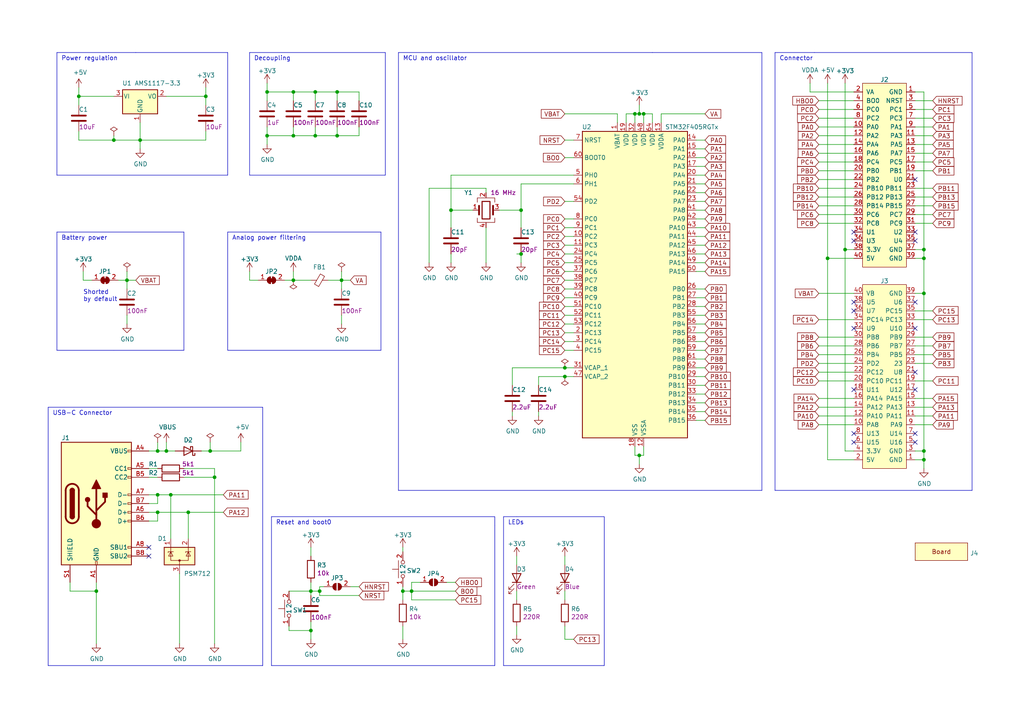
<source format=kicad_sch>
(kicad_sch (version 20250114) (generator "eeschema") (generator_version "9.0")
  (paper "A4")
  (title_block (title "${TITLE}") (date "2021-06-14") (rev "${REVISION}") (company "${COMPANY}") (comment 1 "${AUTHOR}") (comment 2 "${AUTHOR_EMAIL}") (comment 3 "${URL}"))
  (text "Connector" (at 226.06 17.78 0) (effects (font (size 1.27 1.27)) (justify left bottom)))
  (text "Power regulation" (at 17.78 17.78 0) (effects (font (size 1.27 1.27)) (justify left bottom)))
  (text "Analog power filtering" (at 67.31 69.85 0) (effects (font (size 1.27 1.27)) (justify left bottom)))
  (text "Shorted\nby default" (at 24.13 87.63 0) (effects (font (size 1.27 1.27)) (justify left bottom)))
  (text "Battery power" (at 17.78 69.85 0) (effects (font (size 1.27 1.27)) (justify left bottom)))
  (text "LEDs" (at 147.32 152.4 0) (effects (font (size 1.27 1.27)) (justify left bottom)))
  (text "Reset and boot0" (at 80.01 152.4 0) (effects (font (size 1.27 1.27)) (justify left bottom)))
  (text "USB-C Connector" (at 15.24 120.65 0) (effects (font (size 1.27 1.27)) (justify left bottom)))
  (text "MCU and oscillator" (at 116.84 17.78 0) (effects (font (size 1.27 1.27)) (justify left bottom)))
  (text "Decoupling" (at 73.66 17.78 0) (effects (font (size 1.27 1.27)) (justify left bottom)))
  (junction (at 45.72 148.59))
  (junction (at 90.17 171.45))
  (junction (at 184.15 33.02))
  (junction (at 163.83 109.22))
  (junction (at 267.97 130.81))
  (junction (at 36.83 81.28))
  (junction (at 85.09 26.67))
  (junction (at 186.69 33.02))
  (junction (at 85.09 39.37))
  (junction (at 85.09 81.28))
  (junction (at 97.79 39.37))
  (junction (at 48.26 130.81))
  (junction (at 267.97 74.93))
  (junction (at 267.97 133.35))
  (junction (at 60.96 130.81))
  (junction (at 240.03 74.93))
  (junction (at 90.17 182.88))
  (junction (at 40.64 40.64))
  (junction (at 92.71 171.45))
  (junction (at 59.69 27.94))
  (junction (at 116.84 171.45))
  (junction (at 91.44 26.67))
  (junction (at 45.72 143.51))
  (junction (at 119.38 171.45))
  (junction (at 151.13 60.96))
  (junction (at 62.23 138.43))
  (junction (at 185.42 132.08))
  (junction (at 77.47 39.37))
  (junction (at 163.83 106.68))
  (junction (at 77.47 26.67))
  (junction (at 49.53 143.51))
  (junction (at 99.06 81.28))
  (junction (at 97.79 26.67))
  (junction (at 22.86 27.94))
  (junction (at 54.61 148.59))
  (junction (at 245.11 72.39))
  (junction (at 267.97 72.39))
  (junction (at 185.42 33.02))
  (junction (at 27.94 171.45))
  (junction (at 151.13 73.66))
  (junction (at 33.02 40.64))
  (junction (at 130.81 60.96))
  (junction (at 91.44 39.37))
  (junction (at 267.97 85.09))
  (junction (at 45.72 130.81))
  (no_connect (at 43.18 161.29))
  (no_connect (at 265.43 52.07))
  (no_connect (at 247.65 67.31))
  (no_connect (at 247.65 69.85))
  (no_connect (at 265.43 67.31))
  (no_connect (at 265.43 69.85))
  (no_connect (at 265.43 125.73))
  (no_connect (at 265.43 128.27))
  (no_connect (at 265.43 87.63))
  (no_connect (at 265.43 95.25))
  (no_connect (at 265.43 113.03))
  (no_connect (at 247.65 87.63))
  (no_connect (at 247.65 90.17))
  (no_connect (at 247.65 95.25))
  (no_connect (at 247.65 125.73))
  (no_connect (at 247.65 128.27))
  (no_connect (at 247.65 113.03))
  (no_connect (at 265.43 107.95))
  (no_connect (at 43.18 158.75))
  (wire (pts (xy 265.43 123.19) (xy 270.51 123.19)))
  (wire (pts (xy 184.15 132.08) (xy 185.42 132.08)))
  (wire (pts (xy 166.37 78.74) (xy 163.83 78.74)))
  (polyline (pts (xy 78.74 193.04) (xy 78.74 149.86)))
  (wire (pts (xy 151.13 53.34) (xy 166.37 53.34)))
  (wire (pts (xy 267.97 130.81) (xy 265.43 130.81)))
  (polyline (pts (xy 143.51 193.04) (xy 78.74 193.04)))
  (wire (pts (xy 97.79 39.37) (xy 97.79 36.83)))
  (wire (pts (xy 132.08 173.99) (xy 119.38 173.99)))
  (wire (pts (xy 45.72 128.27) (xy 45.72 130.81)))
  (wire (pts (xy 92.71 171.45) (xy 92.71 170.18)))
  (wire (pts (xy 92.71 170.18) (xy 93.98 170.18)))
  (wire (pts (xy 267.97 85.09) (xy 267.97 130.81)))
  (wire (pts (xy 48.26 128.27) (xy 48.26 130.81)))
  (polyline (pts (xy 149.86 149.86) (xy 175.26 149.86)))
  (wire (pts (xy 45.72 148.59) (xy 54.61 148.59)))
  (wire (pts (xy 237.49 46.99) (xy 247.65 46.99)))
  (wire (pts (xy 265.43 64.77) (xy 270.51 64.77)))
  (wire (pts (xy 104.14 172.72) (xy 92.71 172.72)))
  (wire (pts (xy 267.97 133.35) (xy 267.97 130.81)))
  (wire (pts (xy 247.65 72.39) (xy 245.11 72.39)))
  (wire (pts (xy 163.83 101.6) (xy 166.37 101.6)))
  (wire (pts (xy 90.17 158.75) (xy 90.17 161.29)))
  (wire (pts (xy 148.59 120.65) (xy 148.59 119.38)))
  (wire (pts (xy 201.93 53.34) (xy 204.47 53.34)))
  (wire (pts (xy 124.46 54.61) (xy 124.46 76.2)))
  (wire (pts (xy 237.49 120.65) (xy 247.65 120.65)))
  (wire (pts (xy 166.37 73.66) (xy 163.83 73.66)))
  (wire (pts (xy 163.83 58.42) (xy 166.37 58.42)))
  (wire (pts (xy 151.13 53.34) (xy 151.13 60.96)))
  (wire (pts (xy 186.69 129.54) (xy 186.69 132.08)))
  (wire (pts (xy 265.43 46.99) (xy 270.51 46.99)))
  (wire (pts (xy 201.93 86.36) (xy 204.47 86.36)))
  (wire (pts (xy 204.47 104.14) (xy 201.93 104.14)))
  (wire (pts (xy 156.21 119.38) (xy 156.21 120.65)))
  (wire (pts (xy 240.03 74.93) (xy 240.03 133.35)))
  (polyline (pts (xy 16.51 67.31) (xy 53.34 67.31)))
  (wire (pts (xy 166.37 68.58) (xy 163.83 68.58)))
  (wire (pts (xy 184.15 35.56) (xy 184.15 33.02)))
  (wire (pts (xy 201.93 91.44) (xy 204.47 91.44)))
  (wire (pts (xy 247.65 100.33) (xy 237.49 100.33)))
  (wire (pts (xy 43.18 146.05) (xy 45.72 146.05)))
  (wire (pts (xy 237.49 115.57) (xy 247.65 115.57)))
  (polyline (pts (xy 115.57 142.24) (xy 115.57 15.24)))
  (wire (pts (xy 130.81 50.8) (xy 166.37 50.8)))
  (wire (pts (xy 116.84 171.45) (xy 116.84 173.99)))
  (wire (pts (xy 270.51 115.57) (xy 265.43 115.57)))
  (wire (pts (xy 270.51 34.29) (xy 265.43 34.29)))
  (wire (pts (xy 90.17 185.42) (xy 90.17 182.88)))
  (wire (pts (xy 181.61 33.02) (xy 184.15 33.02)))
  (wire (pts (xy 119.38 171.45) (xy 119.38 168.91)))
  (wire (pts (xy 204.47 50.8) (xy 201.93 50.8)))
  (polyline (pts (xy 66.04 50.8) (xy 16.51 50.8)))
  (wire (pts (xy 77.47 26.67) (xy 77.47 24.13)))
  (wire (pts (xy 204.47 60.96) (xy 201.93 60.96)))
  (wire (pts (xy 149.86 163.83) (xy 149.86 161.29)))
  (wire (pts (xy 163.83 45.72) (xy 166.37 45.72)))
  (polyline (pts (xy 33.02 101.6) (xy 53.34 101.6)))
  (wire (pts (xy 91.44 29.21) (xy 91.44 26.67)))
  (wire (pts (xy 237.49 44.45) (xy 247.65 44.45)))
  (wire (pts (xy 104.14 39.37) (xy 97.79 39.37)))
  (wire (pts (xy 186.69 33.02) (xy 189.23 33.02)))
  (wire (pts (xy 62.23 138.43) (xy 62.23 186.69)))
  (wire (pts (xy 24.13 81.28) (xy 26.67 81.28)))
  (wire (pts (xy 40.64 43.18) (xy 40.64 40.64)))
  (polyline (pts (xy 281.94 142.24) (xy 224.79 142.24)))
  (wire (pts (xy 97.79 26.67) (xy 97.79 29.21)))
  (polyline (pts (xy 76.2 118.11) (xy 76.2 193.04)))
  (polyline (pts (xy 175.26 193.04) (xy 146.05 193.04)))
  (wire (pts (xy 186.69 132.08) (xy 185.42 132.08)))
  (polyline (pts (xy 33.02 101.6) (xy 16.51 101.6)))
  (wire (pts (xy 77.47 36.83) (xy 77.47 39.37)))
  (polyline (pts (xy 236.22 15.24) (xy 281.94 15.24)))
  (wire (pts (xy 204.47 45.72) (xy 201.93 45.72)))
  (wire (pts (xy 140.97 54.61) (xy 124.46 54.61)))
  (wire (pts (xy 148.59 106.68) (xy 163.83 106.68)))
  (wire (pts (xy 163.83 109.22) (xy 166.37 109.22)))
  (wire (pts (xy 33.02 40.64) (xy 40.64 40.64)))
  (wire (pts (xy 201.93 111.76) (xy 204.47 111.76)))
  (wire (pts (xy 270.51 118.11) (xy 265.43 118.11)))
  (wire (pts (xy 270.51 44.45) (xy 265.43 44.45)))
  (wire (pts (xy 77.47 26.67) (xy 85.09 26.67)))
  (wire (pts (xy 204.47 71.12) (xy 201.93 71.12)))
  (polyline (pts (xy 16.51 101.6) (xy 16.51 67.31)))
  (wire (pts (xy 83.82 182.88) (xy 90.17 182.88)))
  (wire (pts (xy 92.71 172.72) (xy 92.71 171.45)))
  (wire (pts (xy 201.93 68.58) (xy 204.47 68.58)))
  (wire (pts (xy 22.86 27.94) (xy 22.86 25.4)))
  (wire (pts (xy 201.93 63.5) (xy 204.47 63.5)))
  (wire (pts (xy 184.15 129.54) (xy 184.15 132.08)))
  (wire (pts (xy 247.65 130.81) (xy 245.11 130.81)))
  (polyline (pts (xy 66.04 67.31) (xy 66.04 101.6)))
  (wire (pts (xy 237.49 97.79) (xy 247.65 97.79)))
  (polyline (pts (xy 175.26 149.86) (xy 175.26 193.04)))
  (wire (pts (xy 204.47 66.04) (xy 201.93 66.04)))
  (wire (pts (xy 156.21 109.22) (xy 163.83 109.22)))
  (wire (pts (xy 97.79 26.67) (xy 91.44 26.67)))
  (wire (pts (xy 270.51 97.79) (xy 265.43 97.79)))
  (wire (pts (xy 163.83 76.2) (xy 166.37 76.2)))
  (polyline (pts (xy 224.79 15.24) (xy 236.22 15.24)))
  (wire (pts (xy 59.69 38.1) (xy 59.69 40.64)))
  (wire (pts (xy 140.97 55.88) (xy 140.97 54.61)))
  (wire (pts (xy 104.14 36.83) (xy 104.14 39.37)))
  (polyline (pts (xy 16.51 50.8) (xy 16.51 15.24)))
  (wire (pts (xy 58.42 130.81) (xy 60.96 130.81)))
  (wire (pts (xy 140.97 66.04) (xy 140.97 76.2)))
  (polyline (pts (xy 53.34 67.31) (xy 53.34 101.6)))
  (wire (pts (xy 43.18 143.51) (xy 45.72 143.51)))
  (wire (pts (xy 189.23 35.56) (xy 189.23 33.02)))
  (wire (pts (xy 201.93 58.42) (xy 204.47 58.42)))
  (wire (pts (xy 237.49 107.95) (xy 247.65 107.95)))
  (wire (pts (xy 24.13 78.74) (xy 24.13 81.28)))
  (wire (pts (xy 36.83 81.28) (xy 36.83 83.82)))
  (wire (pts (xy 49.53 143.51) (xy 49.53 156.21)))
  (wire (pts (xy 201.93 48.26) (xy 204.47 48.26)))
  (wire (pts (xy 247.65 118.11) (xy 237.49 118.11)))
  (wire (pts (xy 48.26 130.81) (xy 50.8 130.81)))
  (wire (pts (xy 247.65 110.49) (xy 237.49 110.49)))
  (wire (pts (xy 163.83 91.44) (xy 166.37 91.44)))
  (polyline (pts (xy 146.05 149.86) (xy 149.86 149.86)))
  (wire (pts (xy 99.06 81.28) (xy 99.06 83.82)))
  (wire (pts (xy 270.51 110.49) (xy 265.43 110.49)))
  (polyline (pts (xy 146.05 193.04) (xy 146.05 149.86)))
  (polyline (pts (xy 143.51 149.86) (xy 143.51 152.4)))
  (wire (pts (xy 201.93 73.66) (xy 204.47 73.66)))
  (wire (pts (xy 166.37 93.98) (xy 163.83 93.98)))
  (wire (pts (xy 240.03 74.93) (xy 247.65 74.93)))
  (wire (pts (xy 90.17 171.45) (xy 92.71 171.45)))
  (wire (pts (xy 116.84 158.75) (xy 116.84 160.02)))
  (polyline (pts (xy 224.79 142.24) (xy 224.79 15.24)))
  (polyline (pts (xy 143.51 152.4) (xy 143.51 193.04)))
  (wire (pts (xy 85.09 81.28) (xy 90.17 81.28)))
  (wire (pts (xy 36.83 78.74) (xy 36.83 81.28)))
  (wire (pts (xy 34.29 81.28) (xy 36.83 81.28)))
  (wire (pts (xy 265.43 72.39) (xy 267.97 72.39)))
  (wire (pts (xy 204.47 55.88) (xy 201.93 55.88)))
  (wire (pts (xy 27.94 171.45) (xy 27.94 186.69)))
  (wire (pts (xy 43.18 151.13) (xy 45.72 151.13)))
  (wire (pts (xy 163.83 181.61) (xy 163.83 185.42)))
  (wire (pts (xy 204.47 76.2) (xy 201.93 76.2)))
  (wire (pts (xy 77.47 39.37) (xy 85.09 39.37)))
  (wire (pts (xy 45.72 130.81) (xy 48.26 130.81)))
  (wire (pts (xy 22.86 38.1) (xy 22.86 40.64)))
  (wire (pts (xy 116.84 170.18) (xy 116.84 171.45)))
  (wire (pts (xy 237.49 41.91) (xy 247.65 41.91)))
  (wire (pts (xy 22.86 40.64) (xy 33.02 40.64)))
  (wire (pts (xy 53.34 138.43) (xy 62.23 138.43)))
  (wire (pts (xy 62.23 135.89) (xy 62.23 138.43)))
  (wire (pts (xy 22.86 27.94) (xy 33.02 27.94)))
  (wire (pts (xy 166.37 88.9) (xy 163.83 88.9)))
  (wire (pts (xy 185.42 132.08) (xy 185.42 134.62)))
  (wire (pts (xy 97.79 39.37) (xy 91.44 39.37)))
  (polyline (pts (xy 115.57 15.24) (xy 189.23 15.24)))
  (wire (pts (xy 99.06 81.28) (xy 101.6 81.28)))
  (wire (pts (xy 270.51 49.53) (xy 265.43 49.53)))
  (wire (pts (xy 40.64 35.56) (xy 40.64 40.64)))
  (wire (pts (xy 191.77 33.02) (xy 204.47 33.02)))
  (wire (pts (xy 237.49 102.87) (xy 247.65 102.87)))
  (wire (pts (xy 270.51 120.65) (xy 265.43 120.65)))
  (wire (pts (xy 85.09 26.67) (xy 85.09 29.21)))
  (wire (pts (xy 43.18 130.81) (xy 45.72 130.81)))
  (wire (pts (xy 40.64 40.64) (xy 59.69 40.64)))
  (wire (pts (xy 201.93 106.68) (xy 204.47 106.68)))
  (wire (pts (xy 90.17 168.91) (xy 90.17 171.45)))
  (polyline (pts (xy 111.76 15.24) (xy 111.76 50.8)))
  (wire (pts (xy 151.13 60.96) (xy 151.13 66.04)))
  (wire (pts (xy 163.83 106.68) (xy 166.37 106.68)))
  (wire (pts (xy 119.38 168.91) (xy 121.92 168.91)))
  (wire (pts (xy 237.49 62.23) (xy 247.65 62.23)))
  (wire (pts (xy 104.14 26.67) (xy 97.79 26.67)))
  (wire (pts (xy 132.08 171.45) (xy 119.38 171.45)))
  (wire (pts (xy 69.85 130.81) (xy 69.85 128.27)))
  (wire (pts (xy 166.37 83.82) (xy 163.83 83.82)))
  (wire (pts (xy 247.65 26.67) (xy 234.95 26.67)))
  (wire (pts (xy 130.81 73.66) (xy 130.81 76.2)))
  (wire (pts (xy 148.59 111.76) (xy 148.59 106.68)))
  (wire (pts (xy 53.34 135.89) (xy 62.23 135.89)))
  (polyline (pts (xy 78.74 149.86) (xy 143.51 149.86)))
  (wire (pts (xy 204.47 40.64) (xy 201.93 40.64)))
  (wire (pts (xy 54.61 148.59) (xy 54.61 156.21)))
  (wire (pts (xy 119.38 173.99) (xy 119.38 171.45)))
  (wire (pts (xy 201.93 101.6) (xy 204.47 101.6)))
  (wire (pts (xy 237.49 29.21) (xy 247.65 29.21)))
  (wire (pts (xy 265.43 31.75) (xy 270.51 31.75)))
  (polyline (pts (xy 110.49 101.6) (xy 66.04 101.6)))
  (wire (pts (xy 163.83 40.64) (xy 166.37 40.64)))
  (wire (pts (xy 201.93 121.92) (xy 204.47 121.92)))
  (wire (pts (xy 72.39 78.74) (xy 72.39 81.28)))
  (wire (pts (xy 237.49 52.07) (xy 247.65 52.07)))
  (wire (pts (xy 83.82 171.45) (xy 90.17 171.45)))
  (wire (pts (xy 77.47 26.67) (xy 77.47 29.21)))
  (wire (pts (xy 91.44 39.37) (xy 85.09 39.37)))
  (wire (pts (xy 43.18 135.89) (xy 45.72 135.89)))
  (wire (pts (xy 270.51 62.23) (xy 265.43 62.23)))
  (wire (pts (xy 247.65 105.41) (xy 237.49 105.41)))
  (wire (pts (xy 101.6 170.18) (xy 104.14 170.18)))
  (wire (pts (xy 156.21 109.22) (xy 156.21 111.76)))
  (wire (pts (xy 181.61 35.56) (xy 181.61 33.02)))
  (wire (pts (xy 48.26 27.94) (xy 59.69 27.94)))
  (wire (pts (xy 163.83 96.52) (xy 166.37 96.52)))
  (wire (pts (xy 90.17 182.88) (xy 90.17 180.34)))
  (wire (pts (xy 163.83 71.12) (xy 166.37 71.12)))
  (polyline (pts (xy 66.04 67.31) (xy 110.49 67.31)))
  (wire (pts (xy 20.32 171.45) (xy 27.94 171.45)))
  (wire (pts (xy 49.53 143.51) (xy 64.77 143.51)))
  (wire (pts (xy 204.47 109.22) (xy 201.93 109.22)))
  (wire (pts (xy 163.83 185.42) (xy 166.37 185.42)))
  (polyline (pts (xy 220.98 15.24) (xy 220.98 142.24)))
  (wire (pts (xy 99.06 78.74) (xy 99.06 81.28)))
  (wire (pts (xy 234.95 26.67) (xy 234.95 24.13)))
  (wire (pts (xy 163.83 171.45) (xy 163.83 173.99)))
  (wire (pts (xy 237.49 39.37) (xy 247.65 39.37)))
  (wire (pts (xy 270.51 39.37) (xy 265.43 39.37)))
  (wire (pts (xy 85.09 78.74) (xy 85.09 81.28)))
  (polyline (pts (xy 13.97 118.11) (xy 76.2 118.11)))
  (wire (pts (xy 83.82 181.61) (xy 83.82 182.88)))
  (wire (pts (xy 245.11 72.39) (xy 245.11 130.81)))
  (polyline (pts (xy 76.2 193.04) (xy 13.97 193.04)))
  (wire (pts (xy 265.43 41.91) (xy 270.51 41.91)))
  (wire (pts (xy 247.65 123.19) (xy 237.49 123.19)))
  (wire (pts (xy 237.49 92.71) (xy 247.65 92.71)))
  (wire (pts (xy 129.54 168.91) (xy 132.08 168.91)))
  (wire (pts (xy 267.97 74.93) (xy 267.97 85.09)))
  (polyline (pts (xy 76.2 193.04) (xy 76.2 193.04)))
  (wire (pts (xy 91.44 36.83) (xy 91.44 39.37)))
  (wire (pts (xy 45.72 151.13) (xy 45.72 148.59)))
  (wire (pts (xy 104.14 29.21) (xy 104.14 26.67)))
  (wire (pts (xy 185.42 30.48) (xy 185.42 33.02)))
  (wire (pts (xy 237.49 54.61) (xy 247.65 54.61)))
  (wire (pts (xy 265.43 29.21) (xy 270.51 29.21)))
  (wire (pts (xy 201.93 116.84) (xy 204.47 116.84)))
  (wire (pts (xy 151.13 73.66) (xy 151.13 76.2)))
  (wire (pts (xy 201.93 96.52) (xy 204.47 96.52)))
  (wire (pts (xy 267.97 72.39) (xy 267.97 74.93)))
  (wire (pts (xy 204.47 93.98) (xy 201.93 93.98)))
  (wire (pts (xy 237.49 36.83) (xy 247.65 36.83)))
  (wire (pts (xy 52.07 166.37) (xy 52.07 186.69)))
  (wire (pts (xy 166.37 99.06) (xy 163.83 99.06)))
  (polyline (pts (xy 111.76 50.8) (xy 72.39 50.8)))
  (wire (pts (xy 204.47 83.82) (xy 201.93 83.82)))
  (wire (pts (xy 45.72 143.51) (xy 49.53 143.51)))
  (wire (pts (xy 265.43 59.69) (xy 270.51 59.69)))
  (wire (pts (xy 265.43 74.93) (xy 267.97 74.93)))
  (wire (pts (xy 267.97 85.09) (xy 265.43 85.09)))
  (wire (pts (xy 163.83 86.36) (xy 166.37 86.36)))
  (wire (pts (xy 72.39 81.28) (xy 74.93 81.28)))
  (wire (pts (xy 163.83 66.04) (xy 166.37 66.04)))
  (wire (pts (xy 201.93 43.18) (xy 204.47 43.18)))
  (wire (pts (xy 20.32 168.91) (xy 20.32 171.45)))
  (polyline (pts (xy 13.97 193.04) (xy 13.97 118.11)))
  (wire (pts (xy 237.49 64.77) (xy 247.65 64.77)))
  (wire (pts (xy 33.02 39.37) (xy 33.02 40.64)))
  (wire (pts (xy 77.47 41.91) (xy 77.47 39.37)))
  (wire (pts (xy 267.97 135.89) (xy 267.97 133.35)))
  (wire (pts (xy 149.86 184.15) (xy 149.86 181.61)))
  (wire (pts (xy 36.83 81.28) (xy 39.37 81.28)))
  (wire (pts (xy 22.86 27.94) (xy 22.86 30.48)))
  (wire (pts (xy 270.51 92.71) (xy 265.43 92.71)))
  (polyline (pts (xy 16.51 15.24) (xy 39.37 15.24)))
  (wire (pts (xy 237.49 85.09) (xy 247.65 85.09)))
  (wire (pts (xy 184.15 33.02) (xy 185.42 33.02)))
  (wire (pts (xy 59.69 27.94) (xy 59.69 25.4)))
  (wire (pts (xy 166.37 63.5) (xy 163.83 63.5)))
  (wire (pts (xy 95.25 81.28) (xy 99.06 81.28)))
  (wire (pts (xy 116.84 181.61) (xy 116.84 185.42)))
  (wire (pts (xy 204.47 119.38) (xy 201.93 119.38)))
  (wire (pts (xy 36.83 91.44) (xy 36.83 93.98)))
  (wire (pts (xy 45.72 148.59) (xy 43.18 148.59)))
  (wire (pts (xy 45.72 138.43) (xy 43.18 138.43)))
  (wire (pts (xy 270.51 102.87) (xy 265.43 102.87)))
  (wire (pts (xy 240.03 24.13) (xy 240.03 74.93)))
  (wire (pts (xy 265.43 100.33) (xy 270.51 100.33)))
  (wire (pts (xy 265.43 54.61) (xy 270.51 54.61)))
  (wire (pts (xy 91.44 26.67) (xy 85.09 26.67)))
  (wire (pts (xy 137.16 60.96) (xy 130.81 60.96)))
  (wire (pts (xy 204.47 114.3) (xy 201.93 114.3)))
  (wire (pts (xy 163.83 161.29) (xy 163.83 163.83)))
  (wire (pts (xy 27.94 168.91) (xy 27.94 171.45)))
  (wire (pts (xy 265.43 90.17) (xy 270.51 90.17)))
  (wire (pts (xy 60.96 130.81) (xy 69.85 130.81)))
  (wire (pts (xy 59.69 27.94) (xy 59.69 30.48)))
  (wire (pts (xy 201.93 78.74) (xy 204.47 78.74)))
  (wire (pts (xy 130.81 60.96) (xy 130.81 66.04)))
  (polyline (pts (xy 39.37 15.24) (xy 66.04 15.24)))
  (polyline (pts (xy 66.04 15.24) (xy 66.04 50.8)))
  (polyline (pts (xy 110.49 67.31) (xy 110.49 101.6)))
  (wire (pts (xy 270.51 57.15) (xy 265.43 57.15)))
  (wire (pts (xy 99.06 91.44) (xy 99.06 93.98)))
  (wire (pts (xy 45.72 146.05) (xy 45.72 143.51)))
  (wire (pts (xy 185.42 33.02) (xy 186.69 33.02)))
  (wire (pts (xy 144.78 60.96) (xy 151.13 60.96)))
  (polyline (pts (xy 220.98 142.24) (xy 115.57 142.24)))
  (wire (pts (xy 60.96 128.27) (xy 60.96 130.81)))
  (wire (pts (xy 179.07 35.56) (xy 179.07 33.02)))
  (wire (pts (xy 191.77 33.02) (xy 191.77 35.56)))
  (wire (pts (xy 54.61 148.59) (xy 64.77 148.59)))
  (wire (pts (xy 265.43 26.67) (xy 267.97 26.67)))
  (wire (pts (xy 267.97 133.35) (xy 265.43 133.35)))
  (polyline (pts (xy 189.23 15.24) (xy 220.98 15.24)))
  (wire (pts (xy 119.38 171.45) (xy 116.84 171.45)))
  (wire (pts (xy 204.47 99.06) (xy 201.93 99.06)))
  (wire (pts (xy 186.69 35.56) (xy 186.69 33.02)))
  (wire (pts (xy 237.49 34.29) (xy 247.65 34.29)))
  (wire (pts (xy 149.86 73.66) (xy 151.13 73.66)))
  (wire (pts (xy 163.83 33.02) (xy 179.07 33.02)))
  (wire (pts (xy 82.55 81.28) (xy 85.09 81.28)))
  (wire (pts (xy 149.86 173.99) (xy 149.86 171.45)))
  (wire (pts (xy 130.81 50.8) (xy 130.81 60.96)))
  (polyline (pts (xy 281.94 15.24) (xy 281.94 142.24)))
  (polyline (pts (xy 72.39 15.24) (xy 111.76 15.24)))
  (wire (pts (xy 240.03 133.35) (xy 247.65 133.35)))
  (wire (pts (xy 237.49 59.69) (xy 247.65 59.69)))
  (wire (pts (xy 85.09 39.37) (xy 85.09 36.83)))
  (wire (pts (xy 237.49 31.75) (xy 247.65 31.75)))
  (wire (pts (xy 267.97 26.67) (xy 267.97 72.39)))
  (wire (pts (xy 245.11 24.13) (xy 245.11 72.39)))
  (wire (pts (xy 90.17 171.45) (xy 90.17 172.72)))
  (wire (pts (xy 237.49 57.15) (xy 247.65 57.15)))
  (wire (pts (xy 265.43 36.83) (xy 270.51 36.83)))
  (polyline (pts (xy 72.39 15.24) (xy 72.39 50.8)))
  (wire (pts (xy 163.83 81.28) (xy 166.37 81.28)))
  (wire (pts (xy 204.47 88.9) (xy 201.93 88.9)))
  (wire (pts (xy 270.51 105.41) (xy 265.43 105.41)))
  (wire (pts (xy 237.49 49.53) (xy 247.65 49.53)))
  (global_label "PC8" (shape input) (at 163.83 83.82 180) (property "Intersheetrefs" "${INTERSHEET_REFS}" (effects (hide yes))))
  (global_label "PC11" (shape input) (at 270.51 110.49 0) (property "Intersheetrefs" "${INTERSHEET_REFS}" (effects (hide yes))))
  (global_label "PA9" (shape input) (at 270.51 123.19 0) (property "Intersheetrefs" "${INTERSHEET_REFS}" (effects (hide yes))))
  (global_label "PB10" (shape input) (at 237.49 54.61 180) (property "Intersheetrefs" "${INTERSHEET_REFS}" (effects (hide yes))))
  (global_label "PB14" (shape input) (at 237.49 59.69 180) (property "Intersheetrefs" "${INTERSHEET_REFS}" (effects (hide yes))))
  (global_label "NRST" (shape input) (at 163.83 40.64 180) (property "Intersheetrefs" "${INTERSHEET_REFS}" (effects (hide yes))))
  (global_label "PA14" (shape input) (at 204.47 76.2 0) (property "Intersheetrefs" "${INTERSHEET_REFS}" (effects (hide yes))))
  (global_label "VBAT" (shape input) (at 237.49 85.09 180) (property "Intersheetrefs" "${INTERSHEET_REFS}" (effects (hide yes))))
  (global_label "PC3" (shape input) (at 270.51 34.29 0) (property "Intersheetrefs" "${INTERSHEET_REFS}" (effects (hide yes))))
  (global_label "PA6" (shape input) (at 237.49 44.45 180) (property "Intersheetrefs" "${INTERSHEET_REFS}" (effects (hide yes))))
  (global_label "NRST" (shape input) (at 104.14 172.72 0) (property "Intersheetrefs" "${INTERSHEET_REFS}" (effects (hide yes))))
  (global_label "PC2" (shape input) (at 237.49 34.29 180) (property "Intersheetrefs" "${INTERSHEET_REFS}" (effects (hide yes))))
  (global_label "PC15" (shape input) (at 270.51 90.17 0) (property "Intersheetrefs" "${INTERSHEET_REFS}" (effects (hide yes))))
  (global_label "PC13" (shape input) (at 163.83 96.52 180) (property "Intersheetrefs" "${INTERSHEET_REFS}" (effects (hide yes))))
  (global_label "PA13" (shape input) (at 204.47 73.66 0) (property "Intersheetrefs" "${INTERSHEET_REFS}" (effects (hide yes))))
  (global_label "PB2" (shape input) (at 204.47 88.9 0) (property "Intersheetrefs" "${INTERSHEET_REFS}" (effects (hide yes))))
  (global_label "PB9" (shape input) (at 204.47 106.68 0) (property "Intersheetrefs" "${INTERSHEET_REFS}" (effects (hide yes))))
  (global_label "HBO0" (shape input) (at 237.49 29.21 180) (property "Intersheetrefs" "${INTERSHEET_REFS}" (effects (hide yes))))
  (global_label "BO0" (shape input) (at 163.83 45.72 180) (property "Intersheetrefs" "${INTERSHEET_REFS}" (effects (hide yes))))
  (global_label "PC11" (shape input) (at 163.83 91.44 180) (property "Intersheetrefs" "${INTERSHEET_REFS}" (effects (hide yes))))
  (global_label "PB2" (shape input) (at 237.49 52.07 180) (property "Intersheetrefs" "${INTERSHEET_REFS}" (effects (hide yes))))
  (global_label "PC12" (shape input) (at 237.49 107.95 180) (property "Intersheetrefs" "${INTERSHEET_REFS}" (effects (hide yes))))
  (global_label "PB6" (shape input) (at 237.49 100.33 180) (property "Intersheetrefs" "${INTERSHEET_REFS}" (effects (hide yes))))
  (global_label "PC2" (shape input) (at 163.83 68.58 180) (property "Intersheetrefs" "${INTERSHEET_REFS}" (effects (hide yes))))
  (global_label "PB15" (shape input) (at 270.51 59.69 0) (property "Intersheetrefs" "${INTERSHEET_REFS}" (effects (hide yes))))
  (global_label "PA4" (shape input) (at 204.47 50.8 0) (property "Intersheetrefs" "${INTERSHEET_REFS}" (effects (hide yes))))
  (global_label "PB5" (shape input) (at 270.51 102.87 0) (property "Intersheetrefs" "${INTERSHEET_REFS}" (effects (hide yes))))
  (global_label "PC13" (shape input) (at 166.37 185.42 0) (property "Intersheetrefs" "${INTERSHEET_REFS}" (effects (hide yes))))
  (global_label "PC3" (shape input) (at 163.83 71.12 180) (property "Intersheetrefs" "${INTERSHEET_REFS}" (effects (hide yes))))
  (global_label "PC7" (shape input) (at 163.83 81.28 180) (property "Intersheetrefs" "${INTERSHEET_REFS}" (effects (hide yes))))
  (global_label "PA3" (shape input) (at 270.51 39.37 0) (property "Intersheetrefs" "${INTERSHEET_REFS}" (effects (hide yes))))
  (global_label "PA8" (shape input) (at 204.47 60.96 0) (property "Intersheetrefs" "${INTERSHEET_REFS}" (effects (hide yes))))
  (global_label "PD2" (shape input) (at 163.83 58.42 180) (property "Intersheetrefs" "${INTERSHEET_REFS}" (effects (hide yes))))
  (global_label "PB14" (shape input) (at 204.47 119.38 0) (property "Intersheetrefs" "${INTERSHEET_REFS}" (effects (hide yes))))
  (global_label "PB12" (shape input) (at 204.47 114.3 0) (property "Intersheetrefs" "${INTERSHEET_REFS}" (effects (hide yes))))
  (global_label "PB9" (shape input) (at 270.51 97.79 0) (property "Intersheetrefs" "${INTERSHEET_REFS}" (effects (hide yes))))
  (global_label "PB3" (shape input) (at 204.47 91.44 0) (property "Intersheetrefs" "${INTERSHEET_REFS}" (effects (hide yes))))
  (global_label "PB13" (shape input) (at 204.47 116.84 0) (property "Intersheetrefs" "${INTERSHEET_REFS}" (effects (hide yes))))
  (global_label "PB11" (shape input) (at 270.51 54.61 0) (property "Intersheetrefs" "${INTERSHEET_REFS}" (effects (hide yes))))
  (global_label "PC4" (shape input) (at 163.83 73.66 180) (property "Intersheetrefs" "${INTERSHEET_REFS}" (effects (hide yes))))
  (global_label "PA12" (shape input) (at 237.49 118.11 180) (property "Intersheetrefs" "${INTERSHEET_REFS}" (effects (hide yes))))
  (global_label "PA11" (shape input) (at 64.77 143.51 0) (property "Intersheetrefs" "${INTERSHEET_REFS}" (effects (hide yes))))
  (global_label "HBO0" (shape input) (at 132.08 168.91 0) (property "Intersheetrefs" "${INTERSHEET_REFS}" (effects (hide yes))))
  (global_label "PA7" (shape input) (at 270.51 44.45 0) (property "Intersheetrefs" "${INTERSHEET_REFS}" (effects (hide yes))))
  (global_label "PA2" (shape input) (at 204.47 45.72 0) (property "Intersheetrefs" "${INTERSHEET_REFS}" (effects (hide yes))))
  (global_label "PD2" (shape input) (at 237.49 105.41 180) (property "Intersheetrefs" "${INTERSHEET_REFS}" (effects (hide yes))))
  (global_label "PB0" (shape input) (at 204.47 83.82 0) (property "Intersheetrefs" "${INTERSHEET_REFS}" (effects (hide yes))))
  (global_label "PC5" (shape input) (at 163.83 76.2 180) (property "Intersheetrefs" "${INTERSHEET_REFS}" (effects (hide yes))))
  (global_label "PB4" (shape input) (at 237.49 102.87 180) (property "Intersheetrefs" "${INTERSHEET_REFS}" (effects (hide yes))))
  (global_label "PA2" (shape input) (at 237.49 39.37 180) (property "Intersheetrefs" "${INTERSHEET_REFS}" (effects (hide yes))))
  (global_label "VA" (shape input) (at 101.6 81.28 0) (property "Intersheetrefs" "${INTERSHEET_REFS}" (effects (hide yes))))
  (global_label "PA9" (shape input) (at 204.47 63.5 0) (property "Intersheetrefs" "${INTERSHEET_REFS}" (effects (hide yes))))
  (global_label "PA7" (shape input) (at 204.47 58.42 0) (property "Intersheetrefs" "${INTERSHEET_REFS}" (effects (hide yes))))
  (global_label "PB15" (shape input) (at 204.47 121.92 0) (property "Intersheetrefs" "${INTERSHEET_REFS}" (effects (hide yes))))
  (global_label "PB7" (shape input) (at 204.47 101.6 0) (property "Intersheetrefs" "${INTERSHEET_REFS}" (effects (hide yes))))
  (global_label "PA12" (shape input) (at 64.77 148.59 0) (property "Intersheetrefs" "${INTERSHEET_REFS}" (effects (hide yes))))
  (global_label "PA10" (shape input) (at 237.49 120.65 180) (property "Intersheetrefs" "${INTERSHEET_REFS}" (effects (hide yes))))
  (global_label "PC7" (shape input) (at 270.51 62.23 0) (property "Intersheetrefs" "${INTERSHEET_REFS}" (effects (hide yes))))
  (global_label "PC9" (shape input) (at 270.51 64.77 0) (property "Intersheetrefs" "${INTERSHEET_REFS}" (effects (hide yes))))
  (global_label "PA15" (shape input) (at 270.51 115.57 0) (property "Intersheetrefs" "${INTERSHEET_REFS}" (effects (hide yes))))
  (global_label "PB13" (shape input) (at 270.51 57.15 0) (property "Intersheetrefs" "${INTERSHEET_REFS}" (effects (hide yes))))
  (global_label "PB10" (shape input) (at 204.47 109.22 0) (property "Intersheetrefs" "${INTERSHEET_REFS}" (effects (hide yes))))
  (global_label "PC5" (shape input) (at 270.51 46.99 0) (property "Intersheetrefs" "${INTERSHEET_REFS}" (effects (hide yes))))
  (global_label "PC0" (shape input) (at 163.83 63.5 180) (property "Intersheetrefs" "${INTERSHEET_REFS}" (effects (hide yes))))
  (global_label "PB12" (shape input) (at 237.49 57.15 180) (property "Intersheetrefs" "${INTERSHEET_REFS}" (effects (hide yes))))
  (global_label "PA6" (shape input) (at 204.47 55.88 0) (property "Intersheetrefs" "${INTERSHEET_REFS}" (effects (hide yes))))
  (global_label "PC6" (shape input) (at 163.83 78.74 180) (property "Intersheetrefs" "${INTERSHEET_REFS}" (effects (hide yes))))
  (global_label "PB4" (shape input) (at 204.47 93.98 0) (property "Intersheetrefs" "${INTERSHEET_REFS}" (effects (hide yes))))
  (global_label "PC12" (shape input) (at 163.83 93.98 180) (property "Intersheetrefs" "${INTERSHEET_REFS}" (effects (hide yes))))
  (global_label "PB0" (shape input) (at 237.49 49.53 180) (property "Intersheetrefs" "${INTERSHEET_REFS}" (effects (hide yes))))
  (global_label "PC1" (shape input) (at 163.83 66.04 180) (property "Intersheetrefs" "${INTERSHEET_REFS}" (effects (hide yes))))
  (global_label "PC14" (shape input) (at 237.49 92.71 180) (property "Intersheetrefs" "${INTERSHEET_REFS}" (effects (hide yes))))
  (global_label "PC4" (shape input) (at 237.49 46.99 180) (property "Intersheetrefs" "${INTERSHEET_REFS}" (effects (hide yes))))
  (global_label "PA14" (shape input) (at 237.49 115.57 180) (property "Intersheetrefs" "${INTERSHEET_REFS}" (effects (hide yes))))
  (global_label "PA11" (shape input) (at 270.51 120.65 0) (property "Intersheetrefs" "${INTERSHEET_REFS}" (effects (hide yes))))
  (global_label "PA5" (shape input) (at 204.47 53.34 0) (property "Intersheetrefs" "${INTERSHEET_REFS}" (effects (hide yes))))
  (global_label "PB11" (shape input) (at 204.47 111.76 0) (property "Intersheetrefs" "${INTERSHEET_REFS}" (effects (hide yes))))
  (global_label "PA12" (shape input) (at 204.47 71.12 0) (property "Intersheetrefs" "${INTERSHEET_REFS}" (effects (hide yes))))
  (global_label "PB1" (shape input) (at 204.47 86.36 0) (property "Intersheetrefs" "${INTERSHEET_REFS}" (effects (hide yes))))
  (global_label "PB5" (shape input) (at 204.47 96.52 0) (property "Intersheetrefs" "${INTERSHEET_REFS}" (effects (hide yes))))
  (global_label "PC0" (shape input) (at 237.49 31.75 180) (property "Intersheetrefs" "${INTERSHEET_REFS}" (effects (hide yes))))
  (global_label "PA8" (shape input) (at 237.49 123.19 180) (property "Intersheetrefs" "${INTERSHEET_REFS}" (effects (hide yes))))
  (global_label "PA3" (shape input) (at 204.47 48.26 0) (property "Intersheetrefs" "${INTERSHEET_REFS}" (effects (hide yes))))
  (global_label "PA15" (shape input) (at 204.47 78.74 0) (property "Intersheetrefs" "${INTERSHEET_REFS}" (effects (hide yes))))
  (global_label "PB8" (shape input) (at 204.47 104.14 0) (property "Intersheetrefs" "${INTERSHEET_REFS}" (effects (hide yes))))
  (global_label "PB3" (shape input) (at 270.51 105.41 0) (property "Intersheetrefs" "${INTERSHEET_REFS}" (effects (hide yes))))
  (global_label "PC15" (shape input) (at 163.83 101.6 180) (property "Intersheetrefs" "${INTERSHEET_REFS}" (effects (hide yes))))
  (global_label "PC6" (shape input) (at 237.49 62.23 180) (property "Intersheetrefs" "${INTERSHEET_REFS}" (effects (hide yes))))
  (global_label "PA1" (shape input) (at 270.51 36.83 0) (property "Intersheetrefs" "${INTERSHEET_REFS}" (effects (hide yes))))
  (global_label "PB6" (shape input) (at 204.47 99.06 0) (property "Intersheetrefs" "${INTERSHEET_REFS}" (effects (hide yes))))
  (global_label "PB8" (shape input) (at 237.49 97.79 180) (property "Intersheetrefs" "${INTERSHEET_REFS}" (effects (hide yes))))
  (global_label "PC8" (shape input) (at 237.49 64.77 180) (property "Intersheetrefs" "${INTERSHEET_REFS}" (effects (hide yes))))
  (global_label "HNRST" (shape input) (at 270.51 29.21 0) (property "Intersheetrefs" "${INTERSHEET_REFS}" (effects (hide yes))))
  (global_label "HNRST" (shape input) (at 104.14 170.18 0) (property "Intersheetrefs" "${INTERSHEET_REFS}" (effects (hide yes))))
  (global_label "PA11" (shape input) (at 204.47 68.58 0) (property "Intersheetrefs" "${INTERSHEET_REFS}" (effects (hide yes))))
  (global_label "PC13" (shape input) (at 270.51 92.71 0) (property "Intersheetrefs" "${INTERSHEET_REFS}" (effects (hide yes))))
  (global_label "PC15" (shape input) (at 132.08 173.99 0) (property "Intersheetrefs" "${INTERSHEET_REFS}" (effects (hide yes))))
  (global_label "PA0" (shape input) (at 237.49 36.83 180) (property "Intersheetrefs" "${INTERSHEET_REFS}" (effects (hide yes))))
  (global_label "PC14" (shape input) (at 163.83 99.06 180) (property "Intersheetrefs" "${INTERSHEET_REFS}" (effects (hide yes))))
  (global_label "VA" (shape input) (at 204.47 33.02 0) (property "Intersheetrefs" "${INTERSHEET_REFS}" (effects (hide yes))))
  (global_label "VBAT" (shape input) (at 39.37 81.28 0) (property "Intersheetrefs" "${INTERSHEET_REFS}" (effects (hide yes))))
  (global_label "PA1" (shape input) (at 204.47 43.18 0) (property "Intersheetrefs" "${INTERSHEET_REFS}" (effects (hide yes))))
  (global_label "PA13" (shape input) (at 270.51 118.11 0) (property "Intersheetrefs" "${INTERSHEET_REFS}" (effects (hide yes))))
  (global_label "PC9" (shape input) (at 163.83 86.36 180) (property "Intersheetrefs" "${INTERSHEET_REFS}" (effects (hide yes))))
  (global_label "PB1" (shape input) (at 270.51 49.53 0) (property "Intersheetrefs" "${INTERSHEET_REFS}" (effects (hide yes))))
  (global_label "PC1" (shape input) (at 270.51 31.75 0) (property "Intersheetrefs" "${INTERSHEET_REFS}" (effects (hide yes))))
  (global_label "PA5" (shape input) (at 270.51 41.91 0) (property "Intersheetrefs" "${INTERSHEET_REFS}" (effects (hide yes))))
  (global_label "VBAT" (shape input) (at 163.83 33.02 180) (property "Intersheetrefs" "${INTERSHEET_REFS}" (effects (hide yes))))
  (global_label "PC10" (shape input) (at 163.83 88.9 180) (property "Intersheetrefs" "${INTERSHEET_REFS}" (effects (hide yes))))
  (global_label "PB7" (shape input) (at 270.51 100.33 0) (property "Intersheetrefs" "${INTERSHEET_REFS}" (effects (hide yes))))
  (global_label "PA10" (shape input) (at 204.47 66.04 0) (property "Intersheetrefs" "${INTERSHEET_REFS}" (effects (hide yes))))
  (global_label "PA0" (shape input) (at 204.47 40.64 0) (property "Intersheetrefs" "${INTERSHEET_REFS}" (effects (hide yes))))
  (global_label "PA4" (shape input) (at 237.49 41.91 180) (property "Intersheetrefs" "${INTERSHEET_REFS}" (effects (hide yes))))
  (global_label "BO0" (shape input) (at 132.08 171.45 0) (property "Intersheetrefs" "${INTERSHEET_REFS}" (effects (hide yes))))
  (global_label "PC10" (shape input) (at 237.49 110.49 180) (property "Intersheetrefs" "${INTERSHEET_REFS}" (effects (hide yes))))
  (symbol (lib_id "MCU_ST_STM32F4:STM32F405RGTx") (at 184.15 83.82 0) (unit 1)
    (property "Reference" "U2" (at 170.18 36.83 0))
    (property "Value" "STM32F405RGTx" (at 200.66 36.83 0))
    (property "Footprint" "Package_QFP:LQFP-64_10x10mm_P0.5mm" (effects (hide yes)))
    (property "Datasheet" "https://www.st.com/resource/en/datasheet/stm32f405rg.pdf" (effects (hide yes)))
    (property "LCSC" "C15742" (effects (hide yes)))
  )
  (symbol (lib_id "power:GND") (at 185.42 134.62 0) (unit 1)
    (property "Reference" "#PWR030" (effects (hide yes)))
    (property "Value" "GND" (at 185.547 139.0142 0))
  )
  (symbol (lib_id "power:GND") (at 267.97 135.89 0) (unit 1)
    (property "Reference" "#PWR034" (effects (hide yes)))
    (property "Value" "GND" (at 268.097 140.2842 0))
  )
  (symbol (lib_id "power:GND") (at 130.81 76.2 0) (unit 1)
    (property "Reference" "#PWR021" (effects (hide yes)))
    (property "Value" "GND" (at 130.937 80.5942 0))
  )
  (symbol (lib_id "power:GND") (at 151.13 76.2 0) (unit 1)
    (property "Reference" "#PWR026" (effects (hide yes)))
    (property "Value" "GND" (at 151.257 80.5942 0))
  )
  (symbol (lib_id "power:GND") (at 140.97 76.2 0) (unit 1)
    (property "Reference" "#PWR022" (effects (hide yes)))
    (property "Value" "GND" (at 141.097 80.5942 0))
  )
  (symbol (lib_id "power:GND") (at 124.46 76.2 0) (unit 1)
    (property "Reference" "#PWR020" (effects (hide yes)))
    (property "Value" "GND" (at 124.587 80.5942 0))
  )
  (symbol (lib_id "Device:D_Schottky") (at 54.61 130.81 180) (unit 1)
    (property "Reference" "D2" (at 54.61 127.635 0))
    (property "Value" "~" (at 54.61 127.6096 0))
    (property "Footprint" "Diode_SMD:D_SOD-123" (effects (hide yes)))
    (property "LCSC" "C8598" (effects (hide yes)))
  )
  (symbol (lib_id "power:GND") (at 27.94 186.69 0) (unit 1)
    (property "Reference" "#PWR03" (effects (hide yes)))
    (property "Value" "GND" (at 28.067 191.0842 0))
  )
  (symbol (lib_id "stm32world:USB_C_Receptacle_USB2.0") (at 27.94 146.05 0) (unit 1)
    (property "Reference" "J1" (at 19.05 127 0))
    (property "Footprint" "stm32world:USB_C_Receptacle_HRO_TYPE-C-31-M-12" (effects (hide yes)))
    (property "Datasheet" "1811131825_Korean-Hroparts-Elec-TYPE-C-31-M-12_C165948.pdf" (effects (hide yes)))
    (property "LCSC" "C165948" (effects (hide yes)))
  )
  (symbol (lib_id "power:VBUS") (at 48.26 128.27 0) (unit 1)
    (property "Reference" "#PWR06" (effects (hide yes)))
    (property "Value" "VBUS" (at 48.641 123.8758 0))
  )
  (symbol (lib_id "power:+5V") (at 69.85 128.27 0) (unit 1)
    (property "Reference" "#PWR010" (effects (hide yes)))
    (property "Value" "+5V" (at 70.231 123.8758 0))
  )
  (symbol (lib_id "power:PWR_FLAG") (at 45.72 128.27 0) (unit 1)
    (property "Reference" "#FLG03" (effects (hide yes)))
    (property "Value" "PWR_FLAG" (effects (hide yes)))
  )
  (symbol (lib_id "power:PWR_FLAG") (at 60.96 128.27 0) (unit 1)
    (property "Reference" "#FLG04" (effects (hide yes)))
    (property "Value" "PWR_FLAG" (effects (hide yes)))
  )
  (symbol (lib_id "power:GND") (at 40.64 43.18 0) (unit 1)
    (property "Reference" "#PWR05" (effects (hide yes)))
    (property "Value" "GND" (at 40.767 47.5742 0))
  )
  (symbol (lib_id "power:PWR_FLAG") (at 33.02 39.37 0) (unit 1)
    (property "Reference" "#FLG01" (effects (hide yes)))
    (property "Value" "PWR_FLAG" (effects (hide yes)))
  )
  (symbol (lib_id "power:GND") (at 77.47 41.91 0) (unit 1)
    (property "Reference" "#PWR013" (effects (hide yes)))
    (property "Value" "GND" (at 77.597 46.3042 0))
  )
  (symbol (lib_id "power:+5V") (at 22.86 25.4 0) (unit 1)
    (property "Reference" "#PWR01" (effects (hide yes)))
    (property "Value" "+5V" (at 23.241 21.0058 0))
  )
  (symbol (lib_id "power:GND") (at 90.17 185.42 0) (unit 1)
    (property "Reference" "#PWR016" (effects (hide yes)))
    (property "Value" "GND" (at 90.297 189.8142 0))
  )
  (symbol (lib_id "power:GND") (at 149.86 184.15 0) (unit 1)
    (property "Reference" "#PWR025" (effects (hide yes)))
    (property "Value" "GND" (at 149.987 188.5442 0))
  )
  (symbol (lib_id "power:GND") (at 116.84 185.42 0) (unit 1)
    (property "Reference" "#PWR019" (effects (hide yes)))
    (property "Value" "GND" (at 116.967 189.8142 0))
  )
  (symbol (lib_id "stm32world:C_100NF_0603") (at 85.09 33.02 0) (unit 1)
    (property "Reference" "C5" (at 85.09 30.48 0) (effects (justify left)))
    (property "Value" "C_100NF_0603" (effects (hide yes)))
    (property "Footprint" "Capacitor_SMD:C_0603_1608Metric" (effects (hide yes)))
    (property "Display" "100nF" (at 85.09 35.56 0) (effects (justify left)))
    (property "LCSC" "C14663" (effects (hide yes)))
  )
  (symbol (lib_id "stm32world:C_100NF_0603") (at 91.44 33.02 0) (unit 1)
    (property "Reference" "C7" (at 91.44 30.48 0) (effects (justify left)))
    (property "Value" "C_100NF_0603" (effects (hide yes)))
    (property "Footprint" "Capacitor_SMD:C_0603_1608Metric" (effects (hide yes)))
    (property "Display" "100nF" (at 91.44 35.56 0) (effects (justify left)))
    (property "LCSC" "C14663" (effects (hide yes)))
  )
  (symbol (lib_id "stm32world:C_100NF_0603") (at 97.79 33.02 0) (unit 1)
    (property "Reference" "C8" (at 97.79 30.48 0) (effects (justify left)))
    (property "Value" "C_100NF_0603" (effects (hide yes)))
    (property "Footprint" "Capacitor_SMD:C_0603_1608Metric" (effects (hide yes)))
    (property "Display" "100nF" (at 97.79 35.56 0) (effects (justify left)))
    (property "LCSC" "C14663" (effects (hide yes)))
  )
  (symbol (lib_id "stm32world:C_100NF_0603") (at 104.14 33.02 0) (unit 1)
    (property "Reference" "C10" (at 104.14 30.48 0) (effects (justify left)))
    (property "Value" "C_100NF_0603" (effects (hide yes)))
    (property "Footprint" "Capacitor_SMD:C_0603_1608Metric" (effects (hide yes)))
    (property "Display" "100nF" (at 104.14 35.56 0) (effects (justify left)))
    (property "LCSC" "C14663" (effects (hide yes)))
  )
  (symbol (lib_id "stm32world:R_5.1K_0603") (at 49.53 135.89 270) (unit 1)
    (property "Reference" "R1" (at 44.45 134.62 90))
    (property "Value" "R_5.1K_0603" (effects (hide yes)))
    (property "Footprint" "Resistor_SMD:R_0603_1608Metric" (effects (hide yes)))
    (property "Display" "5k1" (at 54.61 134.62 90))
    (property "LCSC" "C23186" (effects (hide yes)))
  )
  (symbol (lib_id "stm32world:R_5.1K_0603") (at 49.53 138.43 270) (unit 1)
    (property "Reference" "R2" (at 44.45 137.16 90))
    (property "Value" "R_5.1K_0603" (effects (hide yes)))
    (property "Footprint" "Resistor_SMD:R_0603_1608Metric" (effects (hide yes)))
    (property "Display" "5k1" (at 54.61 137.16 90))
    (property "LCSC" "C23186" (effects (hide yes)))
  )
  (symbol (lib_id "stm32world:AMS1117-3.3") (at 40.64 27.94 0) (unit 1)
    (property "Reference" "U1" (at 36.83 24.13 0))
    (property "Value" "AMS1117-3.3" (at 45.72 24.13 0))
    (property "Footprint" "Package_TO_SOT_SMD:SOT-223-3_TabPin2" (effects (hide yes)))
    (property "Datasheet" "https://datasheet.lcsc.com/lcsc/1811142212_Advanced-Monolithic-Systems-AMS1117-3-3_C6186.pdf" (effects (hide yes)))
    (property "LCSC" "C6186" (effects (hide yes)))
  )
  (symbol (lib_id "stm32world:LED_GREEN_0603") (at 149.86 167.64 270) (mirror x) (unit 1)
    (property "Reference" "D3" (at 149.86 165.1 90) (effects (justify left)))
    (property "Value" "LED_GREEN_0603" (effects (hide yes)))
    (property "Footprint" "LED_SMD:LED_0603_1608Metric" (effects (hide yes)))
    (property "Display" "Green" (at 149.86 170.18 90) (effects (justify left)))
    (property "LCSC" "C72043" (effects (hide yes)))
  )
  (symbol (lib_id "stm32world:C_100NF_0603") (at 90.17 176.53 0) (unit 1)
    (property "Reference" "C6" (at 90.17 173.99 0) (effects (justify left)))
    (property "Value" "C_100NF_0603" (effects (hide yes)))
    (property "Footprint" "Capacitor_SMD:C_0603_1608Metric" (effects (hide yes)))
    (property "Display" "100nF" (at 90.17 179.07 0) (effects (justify left)))
    (property "LCSC" "C14663" (effects (hide yes)))
  )
  (symbol (lib_id "stm32world:C_10UF_0805") (at 22.86 34.29 0) (unit 1)
    (property "Reference" "C1" (at 22.86 31.75 0) (effects (justify left)))
    (property "Value" "C_10UF_0805" (effects (hide yes)))
    (property "Footprint" "Capacitor_SMD:C_0805_2012Metric" (effects (hide yes)))
    (property "Display" "10uF" (at 22.86 36.83 0) (effects (justify left)))
    (property "LCSC" "C15850" (effects (hide yes)))
  )
  (symbol (lib_id "stm32world:C_10UF_0805") (at 59.69 34.29 0) (unit 1)
    (property "Reference" "C3" (at 59.69 31.75 0) (effects (justify left)))
    (property "Value" "C_10UF_0805" (effects (hide yes)))
    (property "Footprint" "Capacitor_SMD:C_0805_2012Metric" (effects (hide yes)))
    (property "Display" "10uF" (at 59.69 36.83 0) (effects (justify left)))
    (property "LCSC" "C15850" (effects (hide yes)))
  )
  (symbol (lib_id "stm32world:LED_BLUE_0603") (at 163.83 167.64 270) (mirror x) (unit 1)
    (property "Reference" "D4" (at 163.83 165.1 90) (effects (justify left)))
    (property "Value" "LED_BLUE_0603" (effects (hide yes)))
    (property "Footprint" "LED_SMD:LED_0603_1608Metric" (effects (hide yes)))
    (property "Display" "Blue" (at 163.83 170.18 90) (effects (justify left)))
    (property "LCSC" "C72041" (effects (hide yes)))
  )
  (symbol (lib_id "stm32world:R_220_0603") (at 149.86 177.8 0) (unit 1)
    (property "Reference" "R5" (at 151.638 176.6316 0) (effects (justify left)))
    (property "Value" "R_220_0603" (effects (hide yes)))
    (property "Footprint" "Resistor_SMD:R_0603_1608Metric" (effects (hide yes)))
    (property "Display" "220R" (at 151.638 178.943 0) (effects (justify left)))
    (property "LCSC" "C22962" (effects (hide yes)))
  )
  (symbol (lib_id "stm32world:R_220_0603") (at 163.83 177.8 0) (unit 1)
    (property "Reference" "R6" (at 165.608 176.6316 0) (effects (justify left)))
    (property "Value" "R_220_0603" (effects (hide yes)))
    (property "Footprint" "Resistor_SMD:R_0603_1608Metric" (effects (hide yes)))
    (property "Display" "220R" (at 165.608 178.943 0) (effects (justify left)))
    (property "LCSC" "C22962" (effects (hide yes)))
  )
  (symbol (lib_id "stm32world:C_20PF_0603") (at 130.81 69.85 0) (unit 1)
    (property "Reference" "C11" (at 130.81 67.31 0) (effects (justify left)))
    (property "Value" "C_20PF_0603" (effects (hide yes)))
    (property "Footprint" "Capacitor_SMD:C_0603_1608Metric" (effects (hide yes)))
    (property "Display" "20pF" (at 130.81 72.39 0) (effects (justify left)))
    (property "LCSC" "C1648" (effects (hide yes)))
  )
  (symbol (lib_id "stm32world:C_20PF_0603") (at 151.13 69.85 0) (unit 1)
    (property "Reference" "C13" (at 151.13 67.31 0) (effects (justify left)))
    (property "Value" "C_20PF_0603" (effects (hide yes)))
    (property "Footprint" "Capacitor_SMD:C_0603_1608Metric" (effects (hide yes)))
    (property "Display" "20pF" (at 151.13 72.39 0) (effects (justify left)))
    (property "LCSC" "C1648" (effects (hide yes)))
  )
  (symbol (lib_id "stm32world:C_1UF_0603") (at 77.47 33.02 0) (unit 1)
    (property "Reference" "C4" (at 77.47 30.48 0) (effects (justify left)))
    (property "Value" "C_1UF_0603" (effects (hide yes)))
    (property "Footprint" "Capacitor_SMD:C_0603_1608Metric" (effects (hide yes)))
    (property "Display" "1uF" (at 77.47 35.56 0) (effects (justify left)))
    (property "LCSC" "C15849" (effects (hide yes)))
  )
  (symbol (lib_id "power:+5V") (at 240.03 24.13 0) (unit 1)
    (property "Reference" "#PWR032" (effects (hide yes)))
    (property "Value" "+5V" (at 240.03 20.32 0))
  )
  (symbol (lib_id "stm32world:C_2.2UF_0603") (at 156.21 115.57 0) (unit 1)
    (property "Reference" "C14" (at 156.21 113.03 0) (effects (justify left)))
    (property "Value" "C_2.2UF_0603" (effects (hide yes)))
    (property "Footprint" "Capacitor_SMD:C_0603_1608Metric" (effects (hide yes)))
    (property "Display" "2.2uF" (at 156.21 118.11 0) (effects (justify left)))
    (property "LCSC" "C23630" (effects (hide yes)))
  )
  (symbol (lib_id "power:GND") (at 156.21 120.65 0) (unit 1)
    (property "Reference" "#PWR027" (effects (hide yes)))
    (property "Value" "GND" (at 156.337 125.0442 0))
  )
  (symbol (lib_id "stm32world:C_2.2UF_0603") (at 148.59 115.57 0) (unit 1)
    (property "Reference" "C12" (at 148.59 113.03 0) (effects (justify left)))
    (property "Value" "C_2.2UF_0603" (effects (hide yes)))
    (property "Footprint" "Capacitor_SMD:C_0603_1608Metric" (effects (hide yes)))
    (property "Display" "2.2uF" (at 148.59 118.11 0) (effects (justify left)))
    (property "LCSC" "C23630" (effects (hide yes)))
  )
  (symbol (lib_id "power:GND") (at 148.59 120.65 0) (unit 1)
    (property "Reference" "#PWR023" (effects (hide yes)))
    (property "Value" "GND" (at 148.717 125.0442 0))
  )
  (symbol (lib_id "stm32world:R_10K_0603") (at 116.84 177.8 0) (unit 1)
    (property "Reference" "R4" (at 118.618 176.6316 0) (effects (justify left)))
    (property "Value" "R_10K_0603" (effects (hide yes)))
    (property "Footprint" "Resistor_SMD:R_0603_1608Metric" (effects (hide yes)))
    (property "Display" "10k" (at 118.618 178.943 0) (effects (justify left)))
    (property "LCSC" "C25804" (effects (hide yes)))
  )
  (symbol (lib_id "stm32world:R_10K_0603") (at 90.17 165.1 0) (unit 1)
    (property "Reference" "R3" (at 91.948 163.9316 0) (effects (justify left)))
    (property "Value" "R_10K_0603" (effects (hide yes)))
    (property "Footprint" "Resistor_SMD:R_0603_1608Metric" (effects (hide yes)))
    (property "Display" "10k" (at 91.948 166.243 0) (effects (justify left)))
    (property "LCSC" "C25804" (effects (hide yes)))
  )
  (symbol (lib_id "stm32world:X_16MHZ") (at 140.97 60.96 0) (unit 1)
    (property "Reference" "Y1" (at 134.62 55.88 0) (effects (justify left)))
    (property "Value" "X_16MHZ" (effects (hide yes)))
    (property "Footprint" "Crystal:Crystal_SMD_3225-4Pin_3.2x2.5mm" (effects (hide yes)))
    (property "Datasheet" "https://datasheet.lcsc.com/szlcsc/Yangxing-Tech-X322516MLB4SI_C13738.pdf" (effects (hide yes)))
    (property "LCSC" "C13738" (effects (hide yes)))
    (property "Display" "16 MHz" (at 142.24 55.88 0) (effects (justify left)))
  )
  (symbol (lib_id "stm32world:STM32WORLD_BOARD") (at 273.05 160.02 0) (unit 1)
    (property "Reference" "J4" (at 281.3812 160.4538 0) (effects (justify left)))
    (property "Value" "STM32WORLD_BOARD" (effects (hide yes)))
    (property "Footprint" "stm32world:STM32WORLD_BOARD" (effects (hide yes)))
  )
  (symbol (lib_id "Jumper:SolderJumper_2_Open") (at 125.73 168.91 0) (unit 1)
    (property "Reference" "JP4" (at 125.73 166.37 0))
    (property "Footprint" "Jumper:SolderJumper-2_P1.3mm_Open_RoundedPad1.0x1.5mm" (effects (hide yes)))
  )
  (symbol (lib_id "Connector_Generic:Conn_02x50_Row_Letter_First") (at 322.58 96.52 0) (unit 1)
    (property "Reference" "J5" (at 323.85 29.21 0))
    (property "Value" "Conn_02x50_Row_Letter_First" (at 323.85 31.75 0))
    (property "Footprint" "Connector_PCBEdge:Samtec_MECF-50-01-L-DV_2x50_P1.27mm_Polarized_Socket_Horizontal" (effects (hide yes)))
    (property "Description" "\"Generic connector, double row, 02x50, row letter first pin numbering scheme (pin number consists of a letter for the row and a number for the pin index in this row. a1, ..., aN; b1, ..., bN), script generated\"" (effects (hide yes)))
  )
  (symbol (lib_id "stm32world:C_100NF_0603") (at 99.06 87.63 0) (unit 1)
    (property "Reference" "C9" (at 99.06 85.09 0) (effects (justify left)))
    (property "Value" "C_100NF_0603" (effects (hide yes)))
    (property "Footprint" "Capacitor_SMD:C_0603_1608Metric" (effects (hide yes)))
    (property "Display" "100nF" (at 99.06 90.17 0) (effects (justify left)))
    (property "LCSC" "C14663" (effects (hide yes)))
  )
  (symbol (lib_id "power:+3V3") (at 163.83 161.29 0) (unit 1)
    (property "Reference" "#PWR028" (effects (hide yes)))
    (property "Value" "+3V3" (at 163.83 157.7142 0))
  )
  (symbol (lib_id "power:+3V3") (at 24.13 78.74 0) (unit 1)
    (property "Reference" "#PWR02" (effects (hide yes)))
    (property "Value" "+3V3" (at 24.13 75.1642 0))
  )
  (symbol (lib_id "Jumper:SolderJumper_2_Open") (at 97.79 170.18 0) (unit 1)
    (property "Reference" "JP3" (at 97.79 167.64 0))
    (property "Footprint" "Jumper:SolderJumper-2_P1.3mm_Open_RoundedPad1.0x1.5mm" (effects (hide yes)))
  )
  (symbol (lib_id "stm32world:STM32WORLD_CONNECTOR_2") (at 256.54 109.22 0) (unit 1)
    (property "Reference" "J3" (at 256.54 81.5142 0))
    (property "Value" "STM32WORLD_CONNECTOR_2" (effects (hide yes)))
    (property "Footprint" "stm32world:PinSocket_2x20_P2.54mm_Vertical_Stackable" (effects (hide yes)))
    (property "LCSC" "C35165" (effects (hide yes)))
  )
  (symbol (lib_id "power:PWR_FLAG") (at 99.06 78.74 0) (unit 1)
    (property "Reference" "#FLG06" (effects (hide yes)))
    (property "Value" "PWR_FLAG" (effects (hide yes)))
  )
  (symbol (lib_id "Power_Protection:SP0502BAHT") (at 52.07 161.29 0) (unit 1)
    (property "Reference" "D1" (at 45.72 156.21 0) (effects (justify left)))
    (property "Value" "PSM712" (at 53.34 166.37 0) (effects (justify left)))
    (property "Footprint" "Package_TO_SOT_SMD:SOT-23" (effects (hide yes)))
    (property "Datasheet" "http://www.littelfuse.com/~/media/files/littelfuse/technical%20resources/documents/data%20sheets/sp05xxba.pdf" (effects (hide yes)))
    (property "LCSC" "C32677" (effects (hide yes)))
  )
  (symbol (lib_id "stm32world:TS-1088R-02526") (at 116.84 165.1 90) (unit 1)
    (property "Reference" "SW2" (at 117.983 165.5338 90) (effects (justify right)))
    (property "Value" "TS-1088R-02526" (effects (hide yes)))
    (property "Footprint" "stm32world:TS-1088R-02526" (effects (hide yes)))
    (property "LCSC" "C455281" (effects (hide yes)))
  )
  (symbol (lib_id "power:+3V3") (at 77.47 24.13 0) (unit 1)
    (property "Reference" "#PWR012" (effects (hide yes)))
    (property "Value" "+3V3" (at 77.47 20.5542 0))
  )
  (symbol (lib_id "power:+3V3") (at 185.42 30.48 0) (unit 1)
    (property "Reference" "#PWR029" (effects (hide yes)))
    (property "Value" "+3V3" (at 185.42 26.9042 0))
  )
  (symbol (lib_id "power:GND") (at 99.06 93.98 0) (unit 1)
    (property "Reference" "#PWR017" (effects (hide yes)))
    (property "Value" "GND" (at 99.187 98.3742 0))
  )
  (symbol (lib_id "power:+3V3") (at 90.17 158.75 0) (unit 1)
    (property "Reference" "#PWR015" (effects (hide yes)))
    (property "Value" "+3V3" (at 90.17 155.1742 0))
  )
  (symbol (lib_id "power:+3V3") (at 245.11 24.13 0) (unit 1)
    (property "Reference" "#PWR033" (effects (hide yes)))
    (property "Value" "+3V3" (at 245.11 20.5542 0))
  )
  (symbol (lib_id "power:+3V3") (at 116.84 158.75 0) (unit 1)
    (property "Reference" "#PWR018" (effects (hide yes)))
    (property "Value" "+3V3" (at 116.84 155.1742 0))
  )
  (symbol (lib_id "power:VDDA") (at 85.09 78.74 0) (unit 1)
    (property "Reference" "#PWR014" (effects (hide yes)))
    (property "Value" "VDDA" (at 85.09 74.93 0))
  )
  (symbol (lib_id "stm32world:TS-1088R-02526") (at 83.82 176.53 90) (unit 1)
    (property "Reference" "SW1" (at 84.963 176.9638 90) (effects (justify right)))
    (property "Value" "TS-1088R-02526" (effects (hide yes)))
    (property "Footprint" "stm32world:TS-1088R-02526" (effects (hide yes)))
    (property "LCSC" "C455281" (effects (hide yes)))
  )
  (symbol (lib_id "power:PWR_FLAG") (at 163.83 106.68 0) (unit 1)
    (property "Reference" "#FLG07" (effects (hide yes)))
    (property "Value" "PWR_FLAG" (effects (hide yes)))
  )
  (symbol (lib_id "power:GND") (at 36.83 93.98 0) (unit 1)
    (property "Reference" "#PWR04" (effects (hide yes)))
    (property "Value" "GND" (at 36.957 98.3742 0))
  )
  (symbol (lib_id "power:+3V3") (at 149.86 161.29 0) (unit 1)
    (property "Reference" "#PWR024" (effects (hide yes)))
    (property "Value" "+3V3" (at 149.86 157.7142 0))
  )
  (symbol (lib_id "stm32world:C_100NF_0603") (at 36.83 87.63 0) (unit 1)
    (property "Reference" "C2" (at 36.83 85.09 0) (effects (justify left)))
    (property "Value" "C_100NF_0603" (effects (hide yes)))
    (property "Footprint" "Capacitor_SMD:C_0603_1608Metric" (effects (hide yes)))
    (property "Display" "100nF" (at 36.83 90.17 0) (effects (justify left)))
    (property "LCSC" "C14663" (effects (hide yes)))
  )
  (symbol (lib_id "power:PWR_FLAG") (at 163.83 109.22 180) (unit 1)
    (property "Reference" "#FLG08" (effects (hide yes)))
    (property "Value" "PWR_FLAG" (effects (hide yes)))
  )
  (symbol (lib_id "power:PWR_FLAG") (at 36.83 78.74 0) (unit 1)
    (property "Reference" "#FLG02" (effects (hide yes)))
    (property "Value" "PWR_FLAG" (effects (hide yes)))
  )
  (symbol (lib_id "power:GND") (at 52.07 186.69 0) (unit 1)
    (property "Reference" "#PWR07" (effects (hide yes)))
    (property "Value" "GND" (at 52.197 191.0842 0))
  )
  (symbol (lib_id "stm32world:FB_0603") (at 92.71 81.28 90) (unit 1)
    (property "Reference" "FB1" (at 92.6719 77.47 90))
    (property "Value" "FB_0603" (effects (hide yes)))
    (property "Footprint" "Inductor_SMD:L_0603_1608Metric" (effects (hide yes)))
    (property "LCSC" "C1002" (effects (hide yes)))
  )
  (symbol (lib_id "stm32world:STM32WORLD_CONNECTOR_1") (at 256.54 50.8 0) (unit 1)
    (property "Reference" "J2" (at 256.54 23.0942 0))
    (property "Value" "STM32WORLD_CONNECTOR_1" (effects (hide yes)))
    (property "Footprint" "stm32world:PinSocket_2x20_P2.54mm_Vertical_Stackable" (effects (hide yes)))
    (property "LCSC" "C35165" (effects (hide yes)))
  )
  (symbol (lib_id "power:VDDA") (at 234.95 24.13 0) (unit 1)
    (property "Reference" "#PWR031" (effects (hide yes)))
    (property "Value" "VDDA" (at 234.95 20.32 0))
  )
  (symbol (lib_id "power:+3V3") (at 59.69 25.4 0) (unit 1)
    (property "Reference" "#PWR08" (effects (hide yes)))
    (property "Value" "+3V3" (at 59.69 21.8242 0))
  )
  (symbol (lib_id "power:GND") (at 62.23 186.69 0) (unit 1)
    (property "Reference" "#PWR09" (effects (hide yes)))
    (property "Value" "GND" (at 62.357 191.0842 0))
  )
  (symbol (lib_id "power:PWR_FLAG") (at 85.09 81.28 180) (unit 1)
    (property "Reference" "#FLG05" (effects (hide yes)))
    (property "Value" "PWR_FLAG" (effects (hide yes)))
  )
  (symbol (lib_id "power:+3V3") (at 72.39 78.74 0) (unit 1)
    (property "Reference" "#PWR011" (effects (hide yes)))
    (property "Value" "+3V3" (at 72.39 75.1642 0))
  )
  (symbol (lib_id "stm32world:SolderJumper_2_Bridged") (at 30.48 81.28 0) (unit 1)
    (property "Reference" "JP1" (at 30.48 78.74 0))
    (property "Value" "SolderJumper_2_Bridged" (effects (hide yes)))
    (property "Footprint" "Jumper:SolderJumper-2_P1.3mm_Bridged_RoundedPad1.0x1.5mm" (effects (hide yes)))
  )
  (symbol (lib_id "stm32world:SolderJumper_2_Bridged") (at 78.74 81.28 0) (unit 1)
    (property "Reference" "JP2" (at 78.74 78.74 0))
    (property "Value" "SolderJumper_2_Bridged" (effects (hide yes)))
    (property "Footprint" "Jumper:SolderJumper-2_P1.3mm_Bridged_RoundedPad1.0x1.5mm" (effects (hide yes)))
  )
)
</source>
